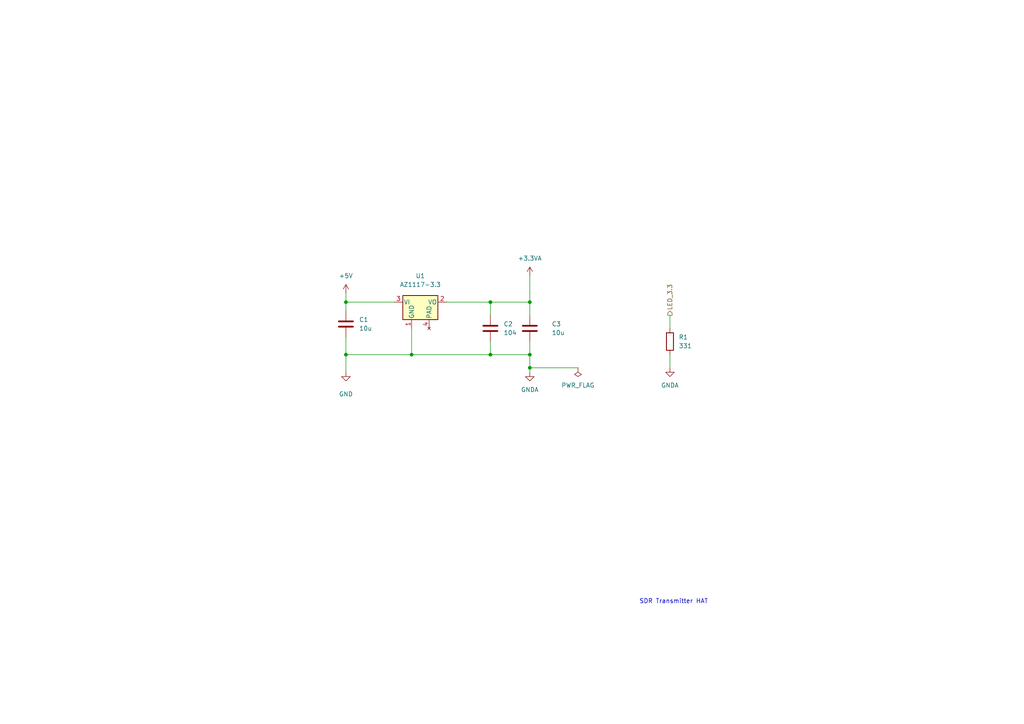
<source format=kicad_sch>
(kicad_sch (version 20211123) (generator eeschema)

  (uuid 05e00829-ff48-444e-bf5d-fd9003563c9e)

  (paper "A4")

  (lib_symbols
    (symbol "Device:C" (pin_numbers hide) (pin_names (offset 0.254)) (in_bom yes) (on_board yes)
      (property "Reference" "C" (id 0) (at 0.635 2.54 0)
        (effects (font (size 1.27 1.27)) (justify left))
      )
      (property "Value" "C" (id 1) (at 0.635 -2.54 0)
        (effects (font (size 1.27 1.27)) (justify left))
      )
      (property "Footprint" "" (id 2) (at 0.9652 -3.81 0)
        (effects (font (size 1.27 1.27)) hide)
      )
      (property "Datasheet" "~" (id 3) (at 0 0 0)
        (effects (font (size 1.27 1.27)) hide)
      )
      (property "ki_keywords" "cap capacitor" (id 4) (at 0 0 0)
        (effects (font (size 1.27 1.27)) hide)
      )
      (property "ki_description" "Unpolarized capacitor" (id 5) (at 0 0 0)
        (effects (font (size 1.27 1.27)) hide)
      )
      (property "ki_fp_filters" "C_*" (id 6) (at 0 0 0)
        (effects (font (size 1.27 1.27)) hide)
      )
      (symbol "C_0_1"
        (polyline
          (pts
            (xy -2.032 -0.762)
            (xy 2.032 -0.762)
          )
          (stroke (width 0.508) (type default) (color 0 0 0 0))
          (fill (type none))
        )
        (polyline
          (pts
            (xy -2.032 0.762)
            (xy 2.032 0.762)
          )
          (stroke (width 0.508) (type default) (color 0 0 0 0))
          (fill (type none))
        )
      )
      (symbol "C_1_1"
        (pin passive line (at 0 3.81 270) (length 2.794)
          (name "~" (effects (font (size 1.27 1.27))))
          (number "1" (effects (font (size 1.27 1.27))))
        )
        (pin passive line (at 0 -3.81 90) (length 2.794)
          (name "~" (effects (font (size 1.27 1.27))))
          (number "2" (effects (font (size 1.27 1.27))))
        )
      )
    )
    (symbol "Device:R" (pin_numbers hide) (pin_names (offset 0)) (in_bom yes) (on_board yes)
      (property "Reference" "R" (id 0) (at 2.032 0 90)
        (effects (font (size 1.27 1.27)))
      )
      (property "Value" "R" (id 1) (at 0 0 90)
        (effects (font (size 1.27 1.27)))
      )
      (property "Footprint" "" (id 2) (at -1.778 0 90)
        (effects (font (size 1.27 1.27)) hide)
      )
      (property "Datasheet" "~" (id 3) (at 0 0 0)
        (effects (font (size 1.27 1.27)) hide)
      )
      (property "ki_keywords" "R res resistor" (id 4) (at 0 0 0)
        (effects (font (size 1.27 1.27)) hide)
      )
      (property "ki_description" "Resistor" (id 5) (at 0 0 0)
        (effects (font (size 1.27 1.27)) hide)
      )
      (property "ki_fp_filters" "R_*" (id 6) (at 0 0 0)
        (effects (font (size 1.27 1.27)) hide)
      )
      (symbol "R_0_1"
        (rectangle (start -1.016 -2.54) (end 1.016 2.54)
          (stroke (width 0.254) (type default) (color 0 0 0 0))
          (fill (type none))
        )
      )
      (symbol "R_1_1"
        (pin passive line (at 0 3.81 270) (length 1.27)
          (name "~" (effects (font (size 1.27 1.27))))
          (number "1" (effects (font (size 1.27 1.27))))
        )
        (pin passive line (at 0 -3.81 90) (length 1.27)
          (name "~" (effects (font (size 1.27 1.27))))
          (number "2" (effects (font (size 1.27 1.27))))
        )
      )
    )
    (symbol "Regulator_Linear:AZ1117-3.3" (pin_names (offset 0.254)) (in_bom yes) (on_board yes)
      (property "Reference" "U2" (id 0) (at 0 7.62 0)
        (effects (font (size 1.27 1.27)))
      )
      (property "Value" "AZ1117-3.3" (id 1) (at 0 5.08 0)
        (effects (font (size 1.27 1.27)))
      )
      (property "Footprint" "Package_TO_SOT_SMD:SOT-223" (id 2) (at 0 6.35 0)
        (effects (font (size 1.27 1.27) italic) hide)
      )
      (property "Datasheet" "https://www.diodes.com/assets/Datasheets/AZ1117.pdf" (id 3) (at 0 0 0)
        (effects (font (size 1.27 1.27)) hide)
      )
      (property "ki_keywords" "Fixed Voltage Regulator 1A Positive LDO" (id 4) (at 0 0 0)
        (effects (font (size 1.27 1.27)) hide)
      )
      (property "ki_description" "1A 20V Fixed LDO Linear Regulator, 3.3V, SOT-89/SOT-223/TO-220/TO-252/TO-263" (id 5) (at 0 0 0)
        (effects (font (size 1.27 1.27)) hide)
      )
      (property "ki_fp_filters" "SOT?223* SOT?89* TO?220* TO?252* TO?263*" (id 6) (at 0 0 0)
        (effects (font (size 1.27 1.27)) hide)
      )
      (symbol "AZ1117-3.3_0_1"
        (rectangle (start -5.08 1.905) (end 5.08 -5.08)
          (stroke (width 0.254) (type default) (color 0 0 0 0))
          (fill (type background))
        )
      )
      (symbol "AZ1117-3.3_1_1"
        (pin power_in line (at -2.54 -7.62 90) (length 2.54)
          (name "GND" (effects (font (size 1.27 1.27))))
          (number "1" (effects (font (size 1.27 1.27))))
        )
        (pin power_out line (at 7.62 0 180) (length 2.54)
          (name "VO" (effects (font (size 1.27 1.27))))
          (number "2" (effects (font (size 1.27 1.27))))
        )
        (pin power_in line (at -7.62 0 0) (length 2.54)
          (name "VI" (effects (font (size 1.27 1.27))))
          (number "3" (effects (font (size 1.27 1.27))))
        )
        (pin no_connect line (at 2.54 -7.62 90) (length 2.54)
          (name "PAD" (effects (font (size 1.27 1.27))))
          (number "4" (effects (font (size 1.27 1.27))))
        )
      )
    )
    (symbol "power:+3.3VA" (power) (pin_names (offset 0)) (in_bom yes) (on_board yes)
      (property "Reference" "#PWR" (id 0) (at 0 -3.81 0)
        (effects (font (size 1.27 1.27)) hide)
      )
      (property "Value" "+3.3VA" (id 1) (at 0 3.556 0)
        (effects (font (size 1.27 1.27)))
      )
      (property "Footprint" "" (id 2) (at 0 0 0)
        (effects (font (size 1.27 1.27)) hide)
      )
      (property "Datasheet" "" (id 3) (at 0 0 0)
        (effects (font (size 1.27 1.27)) hide)
      )
      (property "ki_keywords" "power-flag" (id 4) (at 0 0 0)
        (effects (font (size 1.27 1.27)) hide)
      )
      (property "ki_description" "Power symbol creates a global label with name \"+3.3VA\"" (id 5) (at 0 0 0)
        (effects (font (size 1.27 1.27)) hide)
      )
      (symbol "+3.3VA_0_1"
        (polyline
          (pts
            (xy -0.762 1.27)
            (xy 0 2.54)
          )
          (stroke (width 0) (type default) (color 0 0 0 0))
          (fill (type none))
        )
        (polyline
          (pts
            (xy 0 0)
            (xy 0 2.54)
          )
          (stroke (width 0) (type default) (color 0 0 0 0))
          (fill (type none))
        )
        (polyline
          (pts
            (xy 0 2.54)
            (xy 0.762 1.27)
          )
          (stroke (width 0) (type default) (color 0 0 0 0))
          (fill (type none))
        )
      )
      (symbol "+3.3VA_1_1"
        (pin power_in line (at 0 0 90) (length 0) hide
          (name "+3.3VA" (effects (font (size 1.27 1.27))))
          (number "1" (effects (font (size 1.27 1.27))))
        )
      )
    )
    (symbol "power:+5V" (power) (pin_names (offset 0)) (in_bom yes) (on_board yes)
      (property "Reference" "#PWR" (id 0) (at 0 -3.81 0)
        (effects (font (size 1.27 1.27)) hide)
      )
      (property "Value" "+5V" (id 1) (at 0 3.556 0)
        (effects (font (size 1.27 1.27)))
      )
      (property "Footprint" "" (id 2) (at 0 0 0)
        (effects (font (size 1.27 1.27)) hide)
      )
      (property "Datasheet" "" (id 3) (at 0 0 0)
        (effects (font (size 1.27 1.27)) hide)
      )
      (property "ki_keywords" "power-flag" (id 4) (at 0 0 0)
        (effects (font (size 1.27 1.27)) hide)
      )
      (property "ki_description" "Power symbol creates a global label with name \"+5V\"" (id 5) (at 0 0 0)
        (effects (font (size 1.27 1.27)) hide)
      )
      (symbol "+5V_0_1"
        (polyline
          (pts
            (xy -0.762 1.27)
            (xy 0 2.54)
          )
          (stroke (width 0) (type default) (color 0 0 0 0))
          (fill (type none))
        )
        (polyline
          (pts
            (xy 0 0)
            (xy 0 2.54)
          )
          (stroke (width 0) (type default) (color 0 0 0 0))
          (fill (type none))
        )
        (polyline
          (pts
            (xy 0 2.54)
            (xy 0.762 1.27)
          )
          (stroke (width 0) (type default) (color 0 0 0 0))
          (fill (type none))
        )
      )
      (symbol "+5V_1_1"
        (pin power_in line (at 0 0 90) (length 0) hide
          (name "+5V" (effects (font (size 1.27 1.27))))
          (number "1" (effects (font (size 1.27 1.27))))
        )
      )
    )
    (symbol "power:GND" (power) (pin_names (offset 0)) (in_bom yes) (on_board yes)
      (property "Reference" "#PWR" (id 0) (at 0 -6.35 0)
        (effects (font (size 1.27 1.27)) hide)
      )
      (property "Value" "GND" (id 1) (at 0 -3.81 0)
        (effects (font (size 1.27 1.27)))
      )
      (property "Footprint" "" (id 2) (at 0 0 0)
        (effects (font (size 1.27 1.27)) hide)
      )
      (property "Datasheet" "" (id 3) (at 0 0 0)
        (effects (font (size 1.27 1.27)) hide)
      )
      (property "ki_keywords" "power-flag" (id 4) (at 0 0 0)
        (effects (font (size 1.27 1.27)) hide)
      )
      (property "ki_description" "Power symbol creates a global label with name \"GND\" , ground" (id 5) (at 0 0 0)
        (effects (font (size 1.27 1.27)) hide)
      )
      (symbol "GND_0_1"
        (polyline
          (pts
            (xy 0 0)
            (xy 0 -1.27)
            (xy 1.27 -1.27)
            (xy 0 -2.54)
            (xy -1.27 -1.27)
            (xy 0 -1.27)
          )
          (stroke (width 0) (type default) (color 0 0 0 0))
          (fill (type none))
        )
      )
      (symbol "GND_1_1"
        (pin power_in line (at 0 0 270) (length 0) hide
          (name "GND" (effects (font (size 1.27 1.27))))
          (number "1" (effects (font (size 1.27 1.27))))
        )
      )
    )
    (symbol "power:GNDA" (power) (pin_names (offset 0)) (in_bom yes) (on_board yes)
      (property "Reference" "#PWR" (id 0) (at 0 -6.35 0)
        (effects (font (size 1.27 1.27)) hide)
      )
      (property "Value" "GNDA" (id 1) (at 0 -3.81 0)
        (effects (font (size 1.27 1.27)))
      )
      (property "Footprint" "" (id 2) (at 0 0 0)
        (effects (font (size 1.27 1.27)) hide)
      )
      (property "Datasheet" "" (id 3) (at 0 0 0)
        (effects (font (size 1.27 1.27)) hide)
      )
      (property "ki_keywords" "power-flag" (id 4) (at 0 0 0)
        (effects (font (size 1.27 1.27)) hide)
      )
      (property "ki_description" "Power symbol creates a global label with name \"GNDA\" , analog ground" (id 5) (at 0 0 0)
        (effects (font (size 1.27 1.27)) hide)
      )
      (symbol "GNDA_0_1"
        (polyline
          (pts
            (xy 0 0)
            (xy 0 -1.27)
            (xy 1.27 -1.27)
            (xy 0 -2.54)
            (xy -1.27 -1.27)
            (xy 0 -1.27)
          )
          (stroke (width 0) (type default) (color 0 0 0 0))
          (fill (type none))
        )
      )
      (symbol "GNDA_1_1"
        (pin power_in line (at 0 0 270) (length 0) hide
          (name "GNDA" (effects (font (size 1.27 1.27))))
          (number "1" (effects (font (size 1.27 1.27))))
        )
      )
    )
    (symbol "power:PWR_FLAG" (power) (pin_numbers hide) (pin_names (offset 0) hide) (in_bom yes) (on_board yes)
      (property "Reference" "#FLG" (id 0) (at 0 1.905 0)
        (effects (font (size 1.27 1.27)) hide)
      )
      (property "Value" "PWR_FLAG" (id 1) (at 0 3.81 0)
        (effects (font (size 1.27 1.27)))
      )
      (property "Footprint" "" (id 2) (at 0 0 0)
        (effects (font (size 1.27 1.27)) hide)
      )
      (property "Datasheet" "~" (id 3) (at 0 0 0)
        (effects (font (size 1.27 1.27)) hide)
      )
      (property "ki_keywords" "power-flag" (id 4) (at 0 0 0)
        (effects (font (size 1.27 1.27)) hide)
      )
      (property "ki_description" "Special symbol for telling ERC where power comes from" (id 5) (at 0 0 0)
        (effects (font (size 1.27 1.27)) hide)
      )
      (symbol "PWR_FLAG_0_0"
        (pin power_out line (at 0 0 90) (length 0)
          (name "pwr" (effects (font (size 1.27 1.27))))
          (number "1" (effects (font (size 1.27 1.27))))
        )
      )
      (symbol "PWR_FLAG_0_1"
        (polyline
          (pts
            (xy 0 0)
            (xy 0 1.27)
            (xy -1.016 1.905)
            (xy 0 2.54)
            (xy 1.016 1.905)
            (xy 0 1.27)
          )
          (stroke (width 0) (type default) (color 0 0 0 0))
          (fill (type none))
        )
      )
    )
  )

  (junction (at 142.24 102.87) (diameter 0) (color 0 0 0 0)
    (uuid 5cc523b5-247c-4bf2-a7fc-1333f65bfc20)
  )
  (junction (at 153.67 87.63) (diameter 0) (color 0 0 0 0)
    (uuid 6e37faf8-7418-4fae-a3f6-226c3a14b61a)
  )
  (junction (at 100.33 87.63) (diameter 0) (color 0 0 0 0)
    (uuid 6ee1f597-e62d-4c14-9b52-7984c3df06c9)
  )
  (junction (at 142.24 87.63) (diameter 0) (color 0 0 0 0)
    (uuid 7901796b-915d-4f33-852c-3ad9a77c6544)
  )
  (junction (at 100.33 102.87) (diameter 0) (color 0 0 0 0)
    (uuid 7a354625-240a-4604-a280-d0ad6c6c6b68)
  )
  (junction (at 153.67 106.68) (diameter 0) (color 0 0 0 0)
    (uuid 83e1ce00-983e-4497-a5cd-e37dc3d1fd0d)
  )
  (junction (at 119.38 102.87) (diameter 0) (color 0 0 0 0)
    (uuid 8c1cfb49-03b2-41a2-840c-0ce866197ad5)
  )
  (junction (at 153.67 102.87) (diameter 0) (color 0 0 0 0)
    (uuid c4d1e6b0-767f-4638-8d39-51d6ab8f9a75)
  )

  (wire (pts (xy 100.33 87.63) (xy 114.3 87.63))
    (stroke (width 0) (type default) (color 0 0 0 0))
    (uuid 0090eb9b-052e-4cf7-a695-74b943214f50)
  )
  (wire (pts (xy 100.33 97.79) (xy 100.33 102.87))
    (stroke (width 0) (type default) (color 0 0 0 0))
    (uuid 103797ac-5854-4032-9eea-71595488ee2d)
  )
  (wire (pts (xy 142.24 99.06) (xy 142.24 102.87))
    (stroke (width 0) (type default) (color 0 0 0 0))
    (uuid 1238acc7-f2fa-42dd-9c65-d5db9cbc938d)
  )
  (wire (pts (xy 119.38 102.87) (xy 100.33 102.87))
    (stroke (width 0) (type default) (color 0 0 0 0))
    (uuid 15b4046d-2ea2-409c-b453-1671577d15d7)
  )
  (wire (pts (xy 119.38 102.87) (xy 142.24 102.87))
    (stroke (width 0) (type default) (color 0 0 0 0))
    (uuid 2217e6a2-9ec0-4f44-acbc-df9f5d2cf8b1)
  )
  (wire (pts (xy 119.38 95.25) (xy 119.38 102.87))
    (stroke (width 0) (type default) (color 0 0 0 0))
    (uuid 22a3aec0-d388-4add-9f58-835f339db89c)
  )
  (wire (pts (xy 167.64 106.68) (xy 153.67 106.68))
    (stroke (width 0) (type default) (color 0 0 0 0))
    (uuid 22c4c464-cbbf-4a88-b66f-d46e1bb6850d)
  )
  (wire (pts (xy 153.67 102.87) (xy 153.67 99.06))
    (stroke (width 0) (type default) (color 0 0 0 0))
    (uuid 22d5d5c6-6658-41a5-b0b1-3338da8b9c74)
  )
  (wire (pts (xy 153.67 106.68) (xy 153.67 107.95))
    (stroke (width 0) (type default) (color 0 0 0 0))
    (uuid 30d97256-815f-4d7a-a8e3-b98ac4849696)
  )
  (wire (pts (xy 142.24 102.87) (xy 153.67 102.87))
    (stroke (width 0) (type default) (color 0 0 0 0))
    (uuid 3a08ab44-e80a-4d3c-93ec-fa000c539aa3)
  )
  (wire (pts (xy 153.67 102.87) (xy 153.67 106.68))
    (stroke (width 0) (type default) (color 0 0 0 0))
    (uuid 3d7ad809-3756-4109-b4b1-25abc3662f99)
  )
  (wire (pts (xy 100.33 85.09) (xy 100.33 87.63))
    (stroke (width 0) (type default) (color 0 0 0 0))
    (uuid 3faa95d9-22cd-4e6b-a9b0-fd0c4b9746cd)
  )
  (wire (pts (xy 100.33 90.17) (xy 100.33 87.63))
    (stroke (width 0) (type default) (color 0 0 0 0))
    (uuid 58746bd7-95bf-4e27-aa5d-8d88ff98c434)
  )
  (wire (pts (xy 100.33 102.87) (xy 100.33 107.95))
    (stroke (width 0) (type default) (color 0 0 0 0))
    (uuid 6e1e98e9-bb45-403c-b183-8593af18ddf6)
  )
  (wire (pts (xy 153.67 80.01) (xy 153.67 87.63))
    (stroke (width 0) (type default) (color 0 0 0 0))
    (uuid 82b3d861-6a03-4337-992e-af2a399b2675)
  )
  (wire (pts (xy 142.24 87.63) (xy 142.24 91.44))
    (stroke (width 0) (type default) (color 0 0 0 0))
    (uuid 8d9e35b8-9f2a-451d-855a-f84833949e0f)
  )
  (wire (pts (xy 194.31 102.87) (xy 194.31 106.68))
    (stroke (width 0) (type default) (color 0 0 0 0))
    (uuid 954c0f60-13e5-4f4f-84be-8e9013b76740)
  )
  (wire (pts (xy 153.67 87.63) (xy 142.24 87.63))
    (stroke (width 0) (type default) (color 0 0 0 0))
    (uuid 974eabf0-8eef-466e-a3f5-12461c4f03d3)
  )
  (wire (pts (xy 194.31 91.44) (xy 194.31 95.25))
    (stroke (width 0) (type default) (color 0 0 0 0))
    (uuid a634d9a8-3a6a-49e3-a1f9-67d353278c9d)
  )
  (wire (pts (xy 153.67 91.44) (xy 153.67 87.63))
    (stroke (width 0) (type default) (color 0 0 0 0))
    (uuid aafb49aa-8891-4b70-8226-58019cfb3619)
  )
  (wire (pts (xy 142.24 87.63) (xy 129.54 87.63))
    (stroke (width 0) (type default) (color 0 0 0 0))
    (uuid fa1d5f75-d938-4991-bd28-eafc1b485b07)
  )

  (text "SDR Transmitter HAT" (at 185.42 175.26 0)
    (effects (font (size 1.27 1.27)) (justify left bottom))
    (uuid 665fa5cc-55a9-4a12-8d02-66319872660c)
  )

  (hierarchical_label "LED_3.3" (shape output) (at 194.31 91.44 90)
    (effects (font (size 1.27 1.27)) (justify left))
    (uuid b53f9218-c631-4a3c-ba1e-18f7fd2ea246)
  )

  (symbol (lib_id "Device:C") (at 100.33 93.98 0) (unit 1)
    (in_bom yes) (on_board yes) (fields_autoplaced)
    (uuid 0d72dcd3-fa11-4f9b-bfec-fbfbcd7e0993)
    (property "Reference" "C1" (id 0) (at 104.14 92.7099 0)
      (effects (font (size 1.27 1.27)) (justify left))
    )
    (property "Value" "10u" (id 1) (at 104.14 95.2499 0)
      (effects (font (size 1.27 1.27)) (justify left))
    )
    (property "Footprint" "Capacitor_SMD:C_0603_1608Metric_Pad1.08x0.95mm_HandSolder" (id 2) (at 101.2952 97.79 0)
      (effects (font (size 1.27 1.27)) hide)
    )
    (property "Datasheet" "~" (id 3) (at 100.33 93.98 0)
      (effects (font (size 1.27 1.27)) hide)
    )
    (pin "1" (uuid 3f3ed90b-44d1-46db-b5af-7d2fcc347cc7))
    (pin "2" (uuid 0fbf588e-ed41-4aa0-a952-dcec0027f5e5))
  )

  (symbol (lib_id "Device:C") (at 142.24 95.25 0) (unit 1)
    (in_bom yes) (on_board yes)
    (uuid 20b30b60-1225-4e69-a7d8-a6d29e4747f8)
    (property "Reference" "C2" (id 0) (at 146.05 93.9799 0)
      (effects (font (size 1.27 1.27)) (justify left))
    )
    (property "Value" "104" (id 1) (at 146.05 96.5199 0)
      (effects (font (size 1.27 1.27)) (justify left))
    )
    (property "Footprint" "Capacitor_SMD:C_0603_1608Metric_Pad1.08x0.95mm_HandSolder" (id 2) (at 143.2052 99.06 0)
      (effects (font (size 1.27 1.27)) hide)
    )
    (property "Datasheet" "~" (id 3) (at 142.24 95.25 0)
      (effects (font (size 1.27 1.27)) hide)
    )
    (pin "1" (uuid 74fd5df4-2c39-49fa-b484-25b0448ed9ce))
    (pin "2" (uuid a3c1eba4-27fc-44d3-8bdf-40655c0170c1))
  )

  (symbol (lib_id "power:GNDA") (at 153.67 107.95 0) (unit 1)
    (in_bom yes) (on_board yes) (fields_autoplaced)
    (uuid 22ff49ba-5fbb-43fe-b4bf-e01d6d61a057)
    (property "Reference" "#PWR011" (id 0) (at 153.67 114.3 0)
      (effects (font (size 1.27 1.27)) hide)
    )
    (property "Value" "GNDA" (id 1) (at 153.67 113.03 0))
    (property "Footprint" "" (id 2) (at 153.67 107.95 0)
      (effects (font (size 1.27 1.27)) hide)
    )
    (property "Datasheet" "" (id 3) (at 153.67 107.95 0)
      (effects (font (size 1.27 1.27)) hide)
    )
    (pin "1" (uuid bcb62fef-693f-4e66-a716-167829bc437c))
  )

  (symbol (lib_id "power:GND") (at 100.33 107.95 0) (unit 1)
    (in_bom yes) (on_board yes)
    (uuid 23926267-21b3-4bc4-ba0e-8e0977c3866e)
    (property "Reference" "#PWR09" (id 0) (at 100.33 114.3 0)
      (effects (font (size 1.27 1.27)) hide)
    )
    (property "Value" "GND" (id 1) (at 100.33 114.3 0))
    (property "Footprint" "" (id 2) (at 100.33 107.95 0)
      (effects (font (size 1.27 1.27)) hide)
    )
    (property "Datasheet" "" (id 3) (at 100.33 107.95 0)
      (effects (font (size 1.27 1.27)) hide)
    )
    (pin "1" (uuid f0c61a7b-6f1e-4944-9fcd-c77655e06aaf))
  )

  (symbol (lib_id "power:+5V") (at 100.33 85.09 0) (unit 1)
    (in_bom yes) (on_board yes) (fields_autoplaced)
    (uuid 3a936300-09c5-4661-801f-7ff774ead645)
    (property "Reference" "#PWR08" (id 0) (at 100.33 88.9 0)
      (effects (font (size 1.27 1.27)) hide)
    )
    (property "Value" "+5V" (id 1) (at 100.33 80.01 0))
    (property "Footprint" "" (id 2) (at 100.33 85.09 0)
      (effects (font (size 1.27 1.27)) hide)
    )
    (property "Datasheet" "" (id 3) (at 100.33 85.09 0)
      (effects (font (size 1.27 1.27)) hide)
    )
    (pin "1" (uuid 1937fc3d-960e-4fa9-823d-00434667c4fb))
  )

  (symbol (lib_id "power:PWR_FLAG") (at 167.64 106.68 0) (mirror x) (unit 1)
    (in_bom yes) (on_board yes) (fields_autoplaced)
    (uuid 728fcb63-7b91-44c6-8d5a-9e178f1bdf8a)
    (property "Reference" "#FLG03" (id 0) (at 167.64 108.585 0)
      (effects (font (size 1.27 1.27)) hide)
    )
    (property "Value" "PWR_FLAG" (id 1) (at 167.64 111.76 0))
    (property "Footprint" "" (id 2) (at 167.64 106.68 0)
      (effects (font (size 1.27 1.27)) hide)
    )
    (property "Datasheet" "~" (id 3) (at 167.64 106.68 0)
      (effects (font (size 1.27 1.27)) hide)
    )
    (pin "1" (uuid 84864c3d-b252-4b70-be25-aa058ee4c964))
  )

  (symbol (lib_id "power:GNDA") (at 194.31 106.68 0) (unit 1)
    (in_bom yes) (on_board yes) (fields_autoplaced)
    (uuid 831dc2a7-a940-4cc4-acc2-8122227d8497)
    (property "Reference" "#PWR012" (id 0) (at 194.31 113.03 0)
      (effects (font (size 1.27 1.27)) hide)
    )
    (property "Value" "GNDA" (id 1) (at 194.31 111.76 0))
    (property "Footprint" "" (id 2) (at 194.31 106.68 0)
      (effects (font (size 1.27 1.27)) hide)
    )
    (property "Datasheet" "" (id 3) (at 194.31 106.68 0)
      (effects (font (size 1.27 1.27)) hide)
    )
    (pin "1" (uuid 16b7bd4e-3c8c-4cdc-a839-7dee921746f3))
  )

  (symbol (lib_id "Device:C") (at 153.67 95.25 0) (unit 1)
    (in_bom yes) (on_board yes)
    (uuid a4ed2001-9222-441d-9b93-492b9bc6f1c1)
    (property "Reference" "C3" (id 0) (at 160.02 93.9799 0)
      (effects (font (size 1.27 1.27)) (justify left))
    )
    (property "Value" "10u" (id 1) (at 160.02 96.5199 0)
      (effects (font (size 1.27 1.27)) (justify left))
    )
    (property "Footprint" "Capacitor_SMD:C_0603_1608Metric_Pad1.08x0.95mm_HandSolder" (id 2) (at 154.6352 99.06 0)
      (effects (font (size 1.27 1.27)) hide)
    )
    (property "Datasheet" "~" (id 3) (at 153.67 95.25 0)
      (effects (font (size 1.27 1.27)) hide)
    )
    (pin "1" (uuid 5dcdca4a-c927-4249-a1c7-f22da78e9c43))
    (pin "2" (uuid e6c48212-c0f4-4663-b0e3-969f2f9ee07e))
  )

  (symbol (lib_id "Device:R") (at 194.31 99.06 0) (unit 1)
    (in_bom yes) (on_board yes) (fields_autoplaced)
    (uuid eb91e3f9-b9b1-482d-b3b8-f5d81299c24d)
    (property "Reference" "R1" (id 0) (at 196.85 97.7899 0)
      (effects (font (size 1.27 1.27)) (justify left))
    )
    (property "Value" "331" (id 1) (at 196.85 100.3299 0)
      (effects (font (size 1.27 1.27)) (justify left))
    )
    (property "Footprint" "Resistor_SMD:R_0603_1608Metric_Pad0.98x0.95mm_HandSolder" (id 2) (at 192.532 99.06 90)
      (effects (font (size 1.27 1.27)) hide)
    )
    (property "Datasheet" "~" (id 3) (at 194.31 99.06 0)
      (effects (font (size 1.27 1.27)) hide)
    )
    (pin "1" (uuid 0dcb9dad-8fe4-4ab2-a4b9-22129e415269))
    (pin "2" (uuid 1108bb97-8dcb-45ac-900a-006bdfe88567))
  )

  (symbol (lib_id "Regulator_Linear:AZ1117-3.3") (at 121.92 87.63 0) (unit 1)
    (in_bom yes) (on_board yes) (fields_autoplaced)
    (uuid ec038395-45a8-4107-90b9-8b9ad3847aed)
    (property "Reference" "U1" (id 0) (at 121.92 80.01 0))
    (property "Value" "AZ1117-3.3" (id 1) (at 121.92 82.55 0))
    (property "Footprint" "Package_TO_SOT_SMD:SOT-223" (id 2) (at 121.92 81.28 0)
      (effects (font (size 1.27 1.27) italic) hide)
    )
    (property "Datasheet" "https://www.diodes.com/assets/Datasheets/AZ1117.pdf" (id 3) (at 121.92 87.63 0)
      (effects (font (size 1.27 1.27)) hide)
    )
    (pin "1" (uuid dfee039a-7906-4e2e-a49f-7c6b4bd2be83))
    (pin "2" (uuid 8a1ed2c7-677a-4cc4-82a2-c8b631e2960e))
    (pin "3" (uuid 52546a30-2971-4967-864d-2137b3994aab))
    (pin "4" (uuid 19ce844d-7b13-40f9-b7ad-32a3ad9756c3))
  )

  (symbol (lib_id "power:+3.3VA") (at 153.67 80.01 0) (unit 1)
    (in_bom yes) (on_board yes) (fields_autoplaced)
    (uuid fdbd0d4d-eb7c-41e0-a0cc-5b98cd5c1435)
    (property "Reference" "#PWR010" (id 0) (at 153.67 83.82 0)
      (effects (font (size 1.27 1.27)) hide)
    )
    (property "Value" "+3.3VA" (id 1) (at 153.67 74.93 0))
    (property "Footprint" "" (id 2) (at 153.67 80.01 0)
      (effects (font (size 1.27 1.27)) hide)
    )
    (property "Datasheet" "" (id 3) (at 153.67 80.01 0)
      (effects (font (size 1.27 1.27)) hide)
    )
    (pin "1" (uuid 5d1e5aa7-2951-4120-86aa-dd287f4934e7))
  )
)

</source>
